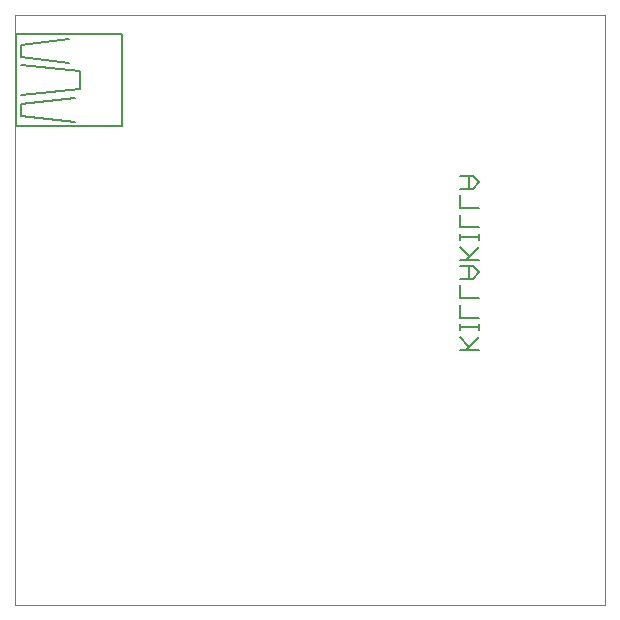
<source format=gbo>
G75*
%MOIN*%
%OFA0B0*%
%FSLAX25Y25*%
%IPPOS*%
%LPD*%
%AMOC8*
5,1,8,0,0,1.08239X$1,22.5*
%
%ADD10C,0.00000*%
%ADD11C,0.00600*%
%ADD12C,0.00500*%
D10*
X0021800Y0041800D02*
X0021800Y0238650D01*
X0218650Y0238650D01*
X0218650Y0041800D01*
X0021800Y0041800D01*
D11*
X0170100Y0126942D02*
X0176505Y0126942D01*
X0173303Y0128009D02*
X0170100Y0131212D01*
X0170100Y0133387D02*
X0170100Y0135523D01*
X0170100Y0134455D02*
X0176505Y0134455D01*
X0176505Y0133387D02*
X0176505Y0135523D01*
X0176505Y0137684D02*
X0170100Y0137684D01*
X0170100Y0141955D01*
X0170100Y0144130D02*
X0170100Y0148400D01*
X0170100Y0150575D02*
X0174370Y0150575D01*
X0176505Y0152711D01*
X0174370Y0154846D01*
X0170100Y0154846D01*
X0170100Y0157021D02*
X0176505Y0157021D01*
X0173303Y0158088D02*
X0170100Y0161291D01*
X0170100Y0163466D02*
X0170100Y0165602D01*
X0170100Y0164534D02*
X0176505Y0164534D01*
X0176505Y0163466D02*
X0176505Y0165602D01*
X0176505Y0167763D02*
X0170100Y0167763D01*
X0170100Y0172034D01*
X0170100Y0174209D02*
X0170100Y0178479D01*
X0170100Y0180654D02*
X0174370Y0180654D01*
X0176505Y0182790D01*
X0174370Y0184925D01*
X0170100Y0184925D01*
X0173303Y0184925D02*
X0173303Y0180654D01*
X0176505Y0174209D02*
X0170100Y0174209D01*
X0176505Y0161291D02*
X0172235Y0157021D01*
X0173303Y0154846D02*
X0173303Y0150575D01*
X0176505Y0144130D02*
X0170100Y0144130D01*
X0176505Y0131212D02*
X0172235Y0126942D01*
D12*
X0057469Y0201446D02*
X0022036Y0201446D01*
X0022036Y0232154D01*
X0057469Y0232154D01*
X0057469Y0201446D01*
X0041721Y0203020D02*
X0024005Y0204989D01*
X0024005Y0208926D01*
X0041721Y0210894D01*
X0043690Y0213847D02*
X0024005Y0211879D01*
X0024005Y0221721D02*
X0043690Y0219753D01*
X0043690Y0213847D01*
X0039753Y0222706D02*
X0024005Y0224674D01*
X0024005Y0228611D01*
X0039753Y0230580D01*
M02*

</source>
